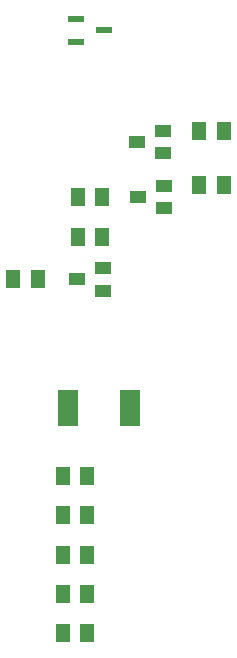
<source format=gbp>
G04 Layer_Color=128*
%FSLAX24Y24*%
%MOIN*%
G70*
G01*
G75*
%ADD25R,0.0571X0.0236*%
%ADD26R,0.0492X0.0591*%
%ADD27R,0.0701X0.1240*%
%ADD28R,0.0551X0.0394*%
D25*
X13363Y31600D02*
D03*
X12437Y31974D02*
D03*
Y31226D02*
D03*
D26*
X10337Y23300D02*
D03*
X11163D02*
D03*
X11987Y15438D02*
D03*
X12813D02*
D03*
X16537Y26450D02*
D03*
X17363D02*
D03*
X12487Y26050D02*
D03*
X13313D02*
D03*
X12487Y24700D02*
D03*
X13313D02*
D03*
X16537Y28250D02*
D03*
X17363D02*
D03*
X12813Y16750D02*
D03*
X11987D02*
D03*
X12813Y14125D02*
D03*
X11987D02*
D03*
X12813Y12812D02*
D03*
X11987D02*
D03*
X12813Y11500D02*
D03*
X11987D02*
D03*
D27*
X14230Y19000D02*
D03*
X12170D02*
D03*
D28*
X12467Y23300D02*
D03*
X13333Y22926D02*
D03*
Y23674D02*
D03*
X14484Y27876D02*
D03*
X15350Y27502D02*
D03*
Y28250D02*
D03*
X14517Y26050D02*
D03*
X15383Y25676D02*
D03*
Y26424D02*
D03*
M02*

</source>
